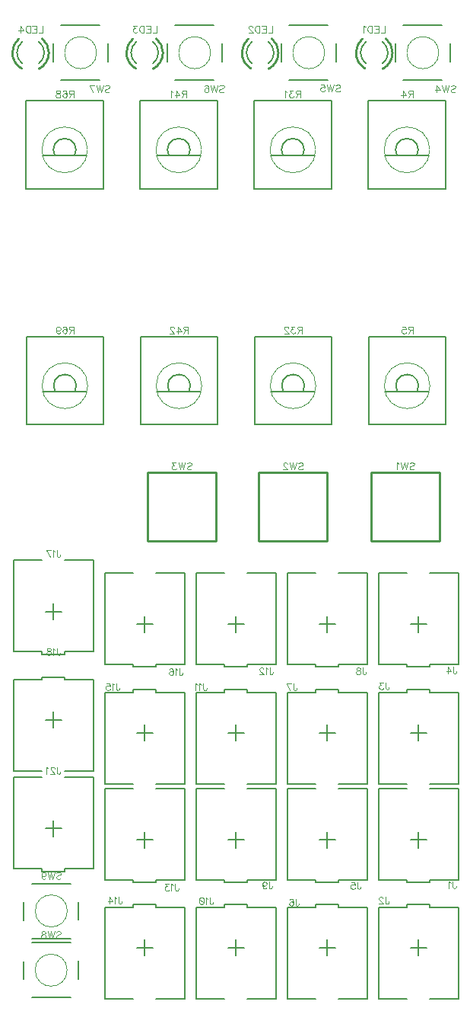
<source format=gbo>
G04 DipTrace 3.3.0.0*
G04 threshold_02a.GBO*
%MOIN*%
G04 #@! TF.FileFunction,Legend,Bot*
G04 #@! TF.Part,Single*
%ADD10C,0.009843*%
%ADD15C,0.008*%
%ADD18C,0.006*%
%ADD31C,0.01*%
%ADD40C,0.000013*%
%ADD44C,0.005984*%
%ADD48C,0.005*%
%ADD110C,0.004632*%
%FSLAX26Y26*%
G04*
G70*
G90*
G75*
G01*
G04 BotSilk*
%LPD*%
X2153599Y1106463D2*
D18*
X2223634D1*
X2188634Y1141410D2*
Y1071467D1*
X2238649Y931580D2*
X2363634D1*
X2138619D2*
X2013634D1*
X2138619Y1331589D2*
X2013634D1*
X2238649D2*
X2363634D1*
Y931580D1*
X2013634D2*
Y1331589D1*
X2138619Y931580D2*
D44*
Y919106D1*
X2238649D1*
Y931580D1*
X2223669Y635590D2*
D18*
X2153634D1*
X2188634Y600643D2*
Y670586D1*
X2138619Y810473D2*
X2013634D1*
X2238649D2*
X2363634D1*
X2238649Y410464D2*
X2363634D1*
X2138619D2*
X2013634D1*
Y810473D1*
X2363634D2*
Y410464D1*
X2238649Y810473D2*
D44*
Y822947D1*
X2138619D1*
Y810473D1*
X2223669Y1575456D2*
D18*
X2153634D1*
X2188634Y1540509D2*
Y1610452D1*
X2138619Y1750339D2*
X2013634D1*
X2238649D2*
X2363634D1*
X2238649Y1350330D2*
X2363634D1*
X2138619D2*
X2013634D1*
Y1750339D1*
X2363634D2*
Y1350330D1*
X2238649Y1750339D2*
D44*
Y1762813D1*
X2138619D1*
Y1750339D1*
X2153599Y2050214D2*
D18*
X2223634D1*
X2188634Y2085161D2*
Y2015217D1*
X2238649Y1875330D2*
X2363634D1*
X2138619D2*
X2013634D1*
X2138619Y2275340D2*
X2013634D1*
X2238649D2*
X2363634D1*
Y1875330D1*
X2013634D2*
Y2275340D1*
X2138619Y1875330D2*
D44*
Y1862856D1*
X2238649D1*
Y1875330D1*
X1753599Y1106463D2*
D18*
X1823634D1*
X1788634Y1141410D2*
Y1071467D1*
X1838649Y931580D2*
X1963634D1*
X1738619D2*
X1613634D1*
X1738619Y1331589D2*
X1613634D1*
X1838649D2*
X1963634D1*
Y931580D1*
X1613634D2*
Y1331589D1*
X1738619Y931580D2*
D44*
Y919106D1*
X1838649D1*
Y931580D1*
X1823669Y635590D2*
D18*
X1753634D1*
X1788634Y600643D2*
Y670586D1*
X1738619Y810473D2*
X1613634D1*
X1838649D2*
X1963634D1*
X1838649Y410464D2*
X1963634D1*
X1738619D2*
X1613634D1*
Y810473D1*
X1963634D2*
Y410464D1*
X1838649Y810473D2*
D44*
Y822947D1*
X1738619D1*
Y810473D1*
X1823669Y1575456D2*
D18*
X1753634D1*
X1788634Y1540509D2*
Y1610452D1*
X1738619Y1750339D2*
X1613634D1*
X1838649D2*
X1963634D1*
X1838649Y1350330D2*
X1963634D1*
X1738619D2*
X1613634D1*
Y1750339D1*
X1963634D2*
Y1350330D1*
X1838649Y1750339D2*
D44*
Y1762813D1*
X1738619D1*
Y1750339D1*
X1753599Y2050214D2*
D18*
X1823634D1*
X1788634Y2085161D2*
Y2015217D1*
X1838649Y1875330D2*
X1963634D1*
X1738619D2*
X1613634D1*
X1738619Y2275340D2*
X1613634D1*
X1838649D2*
X1963634D1*
Y1875330D1*
X1613634D2*
Y2275340D1*
X1738619Y1875330D2*
D44*
Y1862856D1*
X1838649D1*
Y1875330D1*
X1353599Y1106463D2*
D18*
X1423634D1*
X1388634Y1141410D2*
Y1071467D1*
X1438649Y931580D2*
X1563634D1*
X1338619D2*
X1213634D1*
X1338619Y1331589D2*
X1213634D1*
X1438649D2*
X1563634D1*
Y931580D1*
X1213634D2*
Y1331589D1*
X1338619Y931580D2*
D44*
Y919106D1*
X1438649D1*
Y931580D1*
X1423669Y635590D2*
D18*
X1353634D1*
X1388634Y600643D2*
Y670586D1*
X1338619Y810473D2*
X1213634D1*
X1438649D2*
X1563634D1*
X1438649Y410464D2*
X1563634D1*
X1338619D2*
X1213634D1*
Y810473D1*
X1563634D2*
Y410464D1*
X1438649Y810473D2*
D44*
Y822947D1*
X1338619D1*
Y810473D1*
X1423669Y1575456D2*
D18*
X1353634D1*
X1388634Y1540509D2*
Y1610452D1*
X1338619Y1750339D2*
X1213634D1*
X1438649D2*
X1563634D1*
X1438649Y1350330D2*
X1563634D1*
X1338619D2*
X1213634D1*
Y1750339D1*
X1563634D2*
Y1350330D1*
X1438649Y1750339D2*
D44*
Y1762813D1*
X1338619D1*
Y1750339D1*
X1353599Y2050214D2*
D18*
X1423634D1*
X1388634Y2085161D2*
Y2015217D1*
X1438649Y1875330D2*
X1563634D1*
X1338619D2*
X1213634D1*
X1338619Y2275340D2*
X1213634D1*
X1438649D2*
X1563634D1*
Y1875330D1*
X1213634D2*
Y2275340D1*
X1338619Y1875330D2*
D44*
Y1862856D1*
X1438649D1*
Y1875330D1*
X953599Y1106463D2*
D18*
X1023634D1*
X988634Y1141410D2*
Y1071467D1*
X1038649Y931580D2*
X1163634D1*
X938619D2*
X813634D1*
X938619Y1331589D2*
X813634D1*
X1038649D2*
X1163634D1*
Y931580D1*
X813634D2*
Y1331589D1*
X938619Y931580D2*
D44*
Y919106D1*
X1038649D1*
Y931580D1*
X1023669Y635590D2*
D18*
X953634D1*
X988634Y600643D2*
Y670586D1*
X938619Y810473D2*
X813634D1*
X1038649D2*
X1163634D1*
X1038649Y410464D2*
X1163634D1*
X938619D2*
X813634D1*
Y810473D1*
X1163634D2*
Y410464D1*
X1038649Y810473D2*
D44*
Y822947D1*
X938619D1*
Y810473D1*
X1023669Y1575456D2*
D18*
X953634D1*
X988634Y1540509D2*
Y1610452D1*
X938619Y1750339D2*
X813634D1*
X1038649D2*
X1163634D1*
X1038649Y1350330D2*
X1163634D1*
X938619D2*
X813634D1*
Y1750339D1*
X1163634D2*
Y1350330D1*
X1038649Y1750339D2*
D44*
Y1762813D1*
X938619D1*
Y1750339D1*
X953599Y2050214D2*
D18*
X1023634D1*
X988634Y2085161D2*
Y2015217D1*
X1038649Y1875330D2*
X1163634D1*
X938619D2*
X813634D1*
X938619Y2275340D2*
X813634D1*
X1038649D2*
X1163634D1*
Y1875330D1*
X813634D2*
Y2275340D1*
X938619Y1875330D2*
D44*
Y1862856D1*
X1038649D1*
Y1875330D1*
X553599Y2104754D2*
D18*
X623634D1*
X588634Y2139701D2*
Y2069758D1*
X638649Y1929871D2*
X763634D1*
X538619D2*
X413634D1*
X538619Y2329880D2*
X413634D1*
X638649D2*
X763634D1*
Y1929871D1*
X413634D2*
Y2329880D1*
X538619Y1929871D2*
D44*
Y1917397D1*
X638649D1*
Y1929871D1*
X623669Y1631205D2*
D18*
X553634D1*
X588634Y1596258D2*
Y1666202D1*
X538619Y1806089D2*
X413634D1*
X638649D2*
X763634D1*
X638649Y1406079D2*
X763634D1*
X538619D2*
X413634D1*
Y1806089D1*
X763634D2*
Y1406079D1*
X638649Y1806089D2*
D44*
Y1818563D1*
X538619D1*
Y1806089D1*
X553599Y1155963D2*
D18*
X623634D1*
X588634Y1190910D2*
Y1120967D1*
X638649Y981080D2*
X763634D1*
X538619D2*
X413634D1*
X538619Y1381089D2*
X413634D1*
X638649D2*
X763634D1*
Y981080D1*
X413634D2*
Y1381089D1*
X538619Y981080D2*
D44*
Y968606D1*
X638649D1*
Y981080D1*
X2054613Y4550333D2*
D18*
G03X2029493Y4599158I-60036J-14D01*
G01*
X2030613Y4502340D2*
G03X2054613Y4550333I-35985J47993D01*
G01*
X1934613D2*
G02X1957781Y4597695I60007J-7D01*
G01*
Y4502972D2*
G02X1934613Y4550333I36839J47368D01*
G01*
X2074613D2*
D31*
G03X2045829Y4611788I-79941J25D01*
G01*
X2032261Y4479745D2*
G03X2074613Y4550333I-37693J70615D01*
G01*
X1914613D2*
G02X1942933Y4611403I80067J-29D01*
G01*
X1954917Y4480870D2*
G02X1914613Y4550333I39716J69468D01*
G01*
X1554613D2*
D18*
G03X1529493Y4599158I-60036J-14D01*
G01*
X1530613Y4502340D2*
G03X1554613Y4550333I-35985J47993D01*
G01*
X1434613D2*
G02X1457781Y4597695I60007J-7D01*
G01*
Y4502972D2*
G02X1434613Y4550333I36839J47368D01*
G01*
X1574613D2*
D31*
G03X1545829Y4611788I-79941J25D01*
G01*
X1532261Y4479745D2*
G03X1574613Y4550333I-37693J70615D01*
G01*
X1414613D2*
G02X1442933Y4611403I80067J-29D01*
G01*
X1454917Y4480870D2*
G02X1414613Y4550333I39716J69468D01*
G01*
X1048363D2*
D18*
G03X1023243Y4599158I-60036J-14D01*
G01*
X1024363Y4502340D2*
G03X1048363Y4550333I-35985J47993D01*
G01*
X928363D2*
G02X951531Y4597695I60007J-7D01*
G01*
Y4502972D2*
G02X928363Y4550333I36839J47368D01*
G01*
X1068363D2*
D31*
G03X1039579Y4611788I-79941J25D01*
G01*
X1026011Y4479745D2*
G03X1068363Y4550333I-37693J70615D01*
G01*
X908363D2*
G02X936683Y4611403I80067J-29D01*
G01*
X948667Y4480870D2*
G02X908363Y4550333I39716J69468D01*
G01*
X548363D2*
D18*
G03X523243Y4599158I-60036J-14D01*
G01*
X524363Y4502340D2*
G03X548363Y4550333I-35985J47993D01*
G01*
X428363D2*
G02X451531Y4597695I60007J-7D01*
G01*
Y4502972D2*
G02X428363Y4550333I36839J47368D01*
G01*
X568363D2*
D31*
G03X539579Y4611788I-79941J25D01*
G01*
X526011Y4479745D2*
G03X568363Y4550333I-37693J70615D01*
G01*
X408363D2*
G02X436683Y4611403I80067J-29D01*
G01*
X448667Y4480870D2*
G02X408363Y4550333I39716J69468D01*
G01*
X2037719Y4125349D2*
D40*
G02X2037719Y4125349I99986J0D01*
G01*
X2306783Y4340299D2*
D48*
X1968626D1*
Y3954870D1*
X2306783D1*
Y4340299D1*
X2094401Y4100738D2*
D15*
G02X2181008Y4100738I43304J24588D01*
G01*
X2094401D2*
X2181008D1*
X2041239D2*
X2233158D1*
X2038730Y3093165D2*
D40*
G02X2038730Y3093165I99986J0D01*
G01*
X2307795Y3308116D2*
D48*
X1969638D1*
Y2922687D1*
X2307795D1*
Y3308116D1*
X2095413Y3068555D2*
D15*
G02X2182020Y3068555I43304J24588D01*
G01*
X2095413D2*
X2182020D1*
X2042251D2*
X2234169D1*
X1537719Y4125349D2*
D40*
G02X1537719Y4125349I99986J0D01*
G01*
X1806783Y4340299D2*
D48*
X1468626D1*
Y3954870D1*
X1806783D1*
Y4340299D1*
X1594401Y4100738D2*
D15*
G02X1681008Y4100738I43304J24588D01*
G01*
X1594401D2*
X1681008D1*
X1541239D2*
X1733158D1*
X1538730Y3093165D2*
D40*
G02X1538730Y3093165I99986J0D01*
G01*
X1807795Y3308116D2*
D48*
X1469638D1*
Y2922687D1*
X1807795D1*
Y3308116D1*
X1595413Y3068555D2*
D15*
G02X1682020Y3068555I43304J24588D01*
G01*
X1595413D2*
X1682020D1*
X1542251D2*
X1734169D1*
X1037719Y4125349D2*
D40*
G02X1037719Y4125349I99986J0D01*
G01*
X1306783Y4340299D2*
D48*
X968626D1*
Y3954870D1*
X1306783D1*
Y4340299D1*
X1094401Y4100738D2*
D15*
G02X1181008Y4100738I43304J24588D01*
G01*
X1094401D2*
X1181008D1*
X1041239D2*
X1233158D1*
X1038730Y3093165D2*
D40*
G02X1038730Y3093165I99986J0D01*
G01*
X1307795Y3308116D2*
D48*
X969638D1*
Y2922687D1*
X1307795D1*
Y3308116D1*
X1095413Y3068555D2*
D15*
G02X1182020Y3068555I43304J24588D01*
G01*
X1095413D2*
X1182020D1*
X1042251D2*
X1234169D1*
X537719Y4125349D2*
D40*
G02X537719Y4125349I99986J0D01*
G01*
X806783Y4340299D2*
D48*
X468626D1*
Y3954870D1*
X806783D1*
Y4340299D1*
X594401Y4100738D2*
D15*
G02X681008Y4100738I43304J24588D01*
G01*
X594401D2*
X681008D1*
X541239D2*
X733158D1*
X538730Y3093165D2*
D40*
G02X538730Y3093165I99986J0D01*
G01*
X807795Y3308116D2*
D48*
X469638D1*
Y2922687D1*
X807795D1*
Y3308116D1*
X595413Y3068555D2*
D15*
G02X682020Y3068555I43304J24588D01*
G01*
X595413D2*
X682020D1*
X542251D2*
X734169D1*
X2132383Y2712833D2*
D10*
X1982377D1*
Y2412833D1*
X2132383D1*
X2282389D1*
Y2712833D1*
X2132383D1*
X1638634D2*
X1488628D1*
Y2412833D1*
X1638634D1*
X1788640D1*
Y2712833D1*
X1638634D1*
X1151134D2*
X1001128D1*
Y2412833D1*
X1151134D1*
X1301140D1*
Y2712833D1*
X1151134D1*
X2137368Y4550333D2*
D40*
G02X2137368Y4550333I70016J0D01*
G01*
X2292376Y4430331D2*
D15*
X2122392D1*
Y4670336D2*
X2292376D1*
X2327384Y4511047D2*
Y4590326D1*
X2087384Y4509862D2*
Y4590326D1*
X1637368Y4550335D2*
D40*
G02X1637368Y4550335I70016J0D01*
G01*
X1792376Y4430332D2*
D15*
X1622392D1*
Y4670337D2*
X1792376D1*
X1827384Y4511048D2*
Y4590327D1*
X1587384Y4509864D2*
Y4590327D1*
X1137368Y4550335D2*
D40*
G02X1137368Y4550335I70016J0D01*
G01*
X1292376Y4430332D2*
D15*
X1122392D1*
Y4670337D2*
X1292376D1*
X1327384Y4511048D2*
Y4590327D1*
X1087384Y4509864D2*
Y4590327D1*
X637368Y4550335D2*
D40*
G02X637368Y4550335I70016J0D01*
G01*
X792376Y4430332D2*
D15*
X622392D1*
Y4670337D2*
X792376D1*
X827384Y4511048D2*
Y4590327D1*
X587384Y4509864D2*
Y4590327D1*
X508339Y536335D2*
D40*
G02X508339Y536335I69993J0D01*
G01*
X493324Y656337D2*
D15*
X663340D1*
Y416332D2*
X493324D1*
X458344Y575622D2*
Y496342D1*
X698320Y576806D2*
Y496342D1*
X508990Y795584D2*
D40*
G02X508990Y795584I69993J0D01*
G01*
X663991Y675582D2*
D15*
X493975D1*
Y915586D2*
X663991D1*
X698971Y756297D2*
Y835576D1*
X458995Y755113D2*
Y835576D1*
X2338782Y924822D2*
D110*
Y901874D1*
X2340208Y897563D1*
X2341667Y896137D1*
X2344519Y894678D1*
X2347404D1*
X2350256Y896137D1*
X2351682Y897563D1*
X2353141Y901874D1*
Y904726D1*
X2329519Y919052D2*
X2326634Y920511D1*
X2322323Y924789D1*
Y894678D1*
X2043137Y856325D2*
Y833377D1*
X2044563Y829066D1*
X2046022Y827640D1*
X2048874Y826181D1*
X2051759D1*
X2054611Y827640D1*
X2056036Y829066D1*
X2057496Y833377D1*
Y836229D1*
X2032414Y849129D2*
Y850555D1*
X2030988Y853440D1*
X2029562Y854866D1*
X2026677Y856292D1*
X2020940D1*
X2018088Y854866D1*
X2016662Y853440D1*
X2015203Y850555D1*
Y847703D1*
X2016662Y844818D1*
X2019514Y840540D1*
X2033873Y826181D1*
X2013777D1*
X2044896Y1794602D2*
Y1771654D1*
X2046322Y1767343D1*
X2047781Y1765917D1*
X2050633Y1764458D1*
X2053518D1*
X2056370Y1765917D1*
X2057796Y1767343D1*
X2059255Y1771654D1*
Y1774506D1*
X2032748Y1794569D2*
X2016996D1*
X2025585Y1783095D1*
X2021274D1*
X2018422Y1781669D1*
X2016996Y1780243D1*
X2015537Y1775932D1*
Y1773080D1*
X2016996Y1768769D1*
X2019848Y1765884D1*
X2024159Y1764458D1*
X2028470D1*
X2032748Y1765884D1*
X2034174Y1767343D1*
X2035633Y1770195D1*
X2340983Y1864380D2*
Y1841432D1*
X2342409Y1837121D1*
X2343868Y1835695D1*
X2346720Y1834236D1*
X2349605D1*
X2352457Y1835695D1*
X2353883Y1837121D1*
X2355342Y1841432D1*
Y1844284D1*
X2317361Y1834236D2*
Y1864347D1*
X2331720Y1844284D1*
X2310198D1*
X1920480Y921510D2*
Y898562D1*
X1921906Y894251D1*
X1923365Y892825D1*
X1926217Y891366D1*
X1929102D1*
X1931954Y892825D1*
X1933380Y894251D1*
X1934839Y898562D1*
Y901414D1*
X1894006Y921477D2*
X1908332D1*
X1909758Y908577D1*
X1908332Y910003D1*
X1904021Y911462D1*
X1899743D1*
X1895432Y910003D1*
X1892547Y907151D1*
X1891121Y902840D1*
Y899988D1*
X1892547Y895677D1*
X1895432Y892792D1*
X1899743Y891366D1*
X1904021D1*
X1908332Y892792D1*
X1909758Y894251D1*
X1911217Y897103D1*
X1649618Y848139D2*
Y825191D1*
X1651044Y820880D1*
X1652503Y819454D1*
X1655355Y817995D1*
X1658240D1*
X1661092Y819454D1*
X1662518Y820880D1*
X1663977Y825191D1*
Y828043D1*
X1623144Y843828D2*
X1624570Y846680D1*
X1628881Y848105D1*
X1631733D1*
X1636044Y846680D1*
X1638929Y842369D1*
X1640355Y835206D1*
Y828043D1*
X1638929Y822306D1*
X1636044Y819421D1*
X1631733Y817995D1*
X1630307D1*
X1626029Y819421D1*
X1623144Y822306D1*
X1621718Y826617D1*
Y828043D1*
X1623144Y832354D1*
X1626029Y835206D1*
X1630307Y836632D1*
X1631733D1*
X1636044Y835206D1*
X1638929Y832354D1*
X1640355Y828043D1*
X1640616Y1790321D2*
Y1767373D1*
X1642042Y1763062D1*
X1643501Y1761636D1*
X1646353Y1760177D1*
X1649238D1*
X1652090Y1761636D1*
X1653515Y1763062D1*
X1654975Y1767373D1*
Y1770225D1*
X1625615Y1760177D2*
X1611256Y1790288D1*
X1631352D1*
X1944432Y1860203D2*
Y1837255D1*
X1945858Y1832944D1*
X1947317Y1831518D1*
X1950169Y1830059D1*
X1953054D1*
X1955906Y1831518D1*
X1957332Y1832944D1*
X1958791Y1837255D1*
Y1840107D1*
X1928006Y1860170D2*
X1932284Y1858744D1*
X1933743Y1855892D1*
Y1853007D1*
X1932284Y1850155D1*
X1929432Y1848696D1*
X1923695Y1847270D1*
X1919384Y1845844D1*
X1916532Y1842959D1*
X1915106Y1840107D1*
Y1835796D1*
X1916532Y1832944D1*
X1917958Y1831485D1*
X1922269Y1830059D1*
X1928006D1*
X1932284Y1831485D1*
X1933743Y1832944D1*
X1935169Y1835796D1*
Y1840107D1*
X1933743Y1842959D1*
X1930858Y1845844D1*
X1926580Y1847270D1*
X1920843Y1848696D1*
X1917958Y1850155D1*
X1916532Y1853007D1*
Y1855892D1*
X1917958Y1858744D1*
X1922269Y1860170D1*
X1928006D1*
X1532631Y923653D2*
Y900705D1*
X1534057Y896394D1*
X1535516Y894968D1*
X1538368Y893509D1*
X1541253D1*
X1544105Y894968D1*
X1545531Y896394D1*
X1546990Y900705D1*
Y903557D1*
X1504697Y913605D2*
X1506156Y909294D1*
X1509008Y906409D1*
X1513319Y904983D1*
X1514745D1*
X1519056Y906409D1*
X1521908Y909294D1*
X1523367Y913605D1*
Y915031D1*
X1521908Y919342D1*
X1519056Y922194D1*
X1514745Y923620D1*
X1513319D1*
X1509008Y922194D1*
X1506156Y919342D1*
X1504697Y913605D1*
Y906409D1*
X1506156Y899246D1*
X1509008Y894935D1*
X1513319Y893509D1*
X1516171D1*
X1520482Y894935D1*
X1521908Y897820D1*
X1273586Y854570D2*
Y831622D1*
X1275012Y827311D1*
X1276471Y825886D1*
X1279323Y824426D1*
X1282208D1*
X1285060Y825886D1*
X1286485Y827311D1*
X1287945Y831622D1*
Y834474D1*
X1264322Y848800D2*
X1261437Y850259D1*
X1257126Y854537D1*
Y824426D1*
X1239240Y854537D2*
X1243551Y853111D1*
X1246436Y848800D1*
X1247862Y841637D1*
Y837326D1*
X1246436Y830163D1*
X1243551Y825852D1*
X1239240Y824426D1*
X1236388D1*
X1232077Y825852D1*
X1229225Y830163D1*
X1227766Y837326D1*
Y841637D1*
X1229225Y848800D1*
X1232077Y853111D1*
X1236388Y854537D1*
X1239240D1*
X1229225Y848800D2*
X1246436Y830163D1*
X1245250Y1790321D2*
Y1767373D1*
X1246676Y1763062D1*
X1248135Y1761636D1*
X1250987Y1760177D1*
X1253872D1*
X1256724Y1761636D1*
X1258150Y1763062D1*
X1259609Y1767373D1*
Y1770225D1*
X1235986Y1784551D2*
X1233101Y1786010D1*
X1228790Y1790288D1*
Y1760177D1*
X1219527Y1784551D2*
X1216642Y1786010D1*
X1212330Y1790288D1*
Y1760177D1*
X1535966Y1860203D2*
Y1837255D1*
X1537392Y1832944D1*
X1538851Y1831518D1*
X1541703Y1830059D1*
X1544588D1*
X1547440Y1831518D1*
X1548866Y1832944D1*
X1550325Y1837255D1*
Y1840107D1*
X1526703Y1854433D2*
X1523818Y1855892D1*
X1519506Y1860170D1*
Y1830059D1*
X1508784Y1853007D2*
Y1854433D1*
X1507358Y1857318D1*
X1505932Y1858744D1*
X1503047Y1860170D1*
X1497310D1*
X1494458Y1858744D1*
X1493032Y1857318D1*
X1491573Y1854433D1*
Y1851581D1*
X1493032Y1848696D1*
X1495884Y1844418D1*
X1510243Y1830059D1*
X1490147D1*
X1122278Y914006D2*
Y891058D1*
X1123704Y886747D1*
X1125164Y885321D1*
X1128015Y883862D1*
X1130901D1*
X1133752Y885321D1*
X1135178Y886747D1*
X1136637Y891058D1*
Y893910D1*
X1113015Y908236D2*
X1110130Y909695D1*
X1105819Y913973D1*
Y883862D1*
X1093670Y913973D2*
X1077918D1*
X1086507Y902499D1*
X1082196D1*
X1079344Y901073D1*
X1077918Y899647D1*
X1076459Y895336D1*
Y892484D1*
X1077918Y888173D1*
X1080770Y885288D1*
X1085081Y883862D1*
X1089392D1*
X1093670Y885288D1*
X1095096Y886747D1*
X1096555Y889599D1*
X873226Y856715D2*
Y833767D1*
X874652Y829456D1*
X876111Y828030D1*
X878963Y826571D1*
X881848D1*
X884700Y828030D1*
X886126Y829456D1*
X887585Y833767D1*
Y836619D1*
X863963Y850945D2*
X861078Y852404D1*
X856767Y856682D1*
Y826571D1*
X833144D2*
Y856682D1*
X847503Y836619D1*
X825981D1*
X863113Y1791748D2*
Y1768800D1*
X864539Y1764489D1*
X865998Y1763063D1*
X868850Y1761604D1*
X871735D1*
X874587Y1763063D1*
X876013Y1764489D1*
X877472Y1768800D1*
Y1771652D1*
X853850Y1785977D2*
X850964Y1787437D1*
X846653Y1791714D1*
Y1761604D1*
X820179Y1791714D2*
X834505D1*
X835931Y1778814D1*
X834505Y1780240D1*
X830194Y1781700D1*
X825916D1*
X821605Y1780240D1*
X818720Y1777389D1*
X817294Y1773078D1*
Y1770226D1*
X818720Y1765915D1*
X821605Y1763030D1*
X825916Y1761604D1*
X830194D1*
X834505Y1763030D1*
X835931Y1764489D1*
X837390Y1767341D1*
X1139415Y1856024D2*
Y1833077D1*
X1140841Y1828766D1*
X1142300Y1827340D1*
X1145152Y1825880D1*
X1148037D1*
X1150889Y1827340D1*
X1152315Y1828766D1*
X1153774Y1833077D1*
Y1835928D1*
X1130151Y1850254D2*
X1127266Y1851713D1*
X1122955Y1855991D1*
Y1825880D1*
X1096481Y1851713D2*
X1097907Y1854565D1*
X1102218Y1855991D1*
X1105070D1*
X1109381Y1854565D1*
X1112266Y1850254D1*
X1113692Y1843091D1*
Y1835928D1*
X1112266Y1830191D1*
X1109381Y1827306D1*
X1105070Y1825880D1*
X1103644D1*
X1099366Y1827306D1*
X1096481Y1830191D1*
X1095055Y1834503D1*
Y1835928D1*
X1096481Y1840239D1*
X1099366Y1843091D1*
X1103644Y1844517D1*
X1105070D1*
X1109381Y1843091D1*
X1112266Y1840239D1*
X1113692Y1835928D1*
X604364Y2374309D2*
Y2351361D1*
X605790Y2347050D1*
X607249Y2345624D1*
X610101Y2344165D1*
X612986D1*
X615838Y2345624D1*
X617264Y2347050D1*
X618723Y2351361D1*
Y2354213D1*
X595100Y2368539D2*
X592215Y2369998D1*
X587904Y2374276D1*
Y2344165D1*
X572904D2*
X558545Y2374276D1*
X578641D1*
X604347Y1944518D2*
Y1921570D1*
X605773Y1917259D1*
X607232Y1915833D1*
X610084Y1914374D1*
X612969D1*
X615821Y1915833D1*
X617247Y1917259D1*
X618706Y1921570D1*
Y1924422D1*
X595084Y1938748D2*
X592199Y1940207D1*
X587888Y1944485D1*
Y1914374D1*
X571461Y1944485D2*
X575739Y1943059D1*
X577198Y1940207D1*
Y1937322D1*
X575739Y1934470D1*
X572887Y1933011D1*
X567150Y1931585D1*
X562839Y1930159D1*
X559987Y1927274D1*
X558561Y1924422D1*
Y1920111D1*
X559987Y1917259D1*
X561413Y1915800D1*
X565724Y1914374D1*
X571461D1*
X575739Y1915800D1*
X577198Y1917259D1*
X578624Y1920111D1*
Y1924422D1*
X577198Y1927274D1*
X574313Y1930159D1*
X570035Y1931585D1*
X564298Y1933011D1*
X561413Y1934470D1*
X559987Y1937322D1*
Y1940207D1*
X561413Y1943059D1*
X565724Y1944485D1*
X571461D1*
X604364Y1425518D2*
Y1402570D1*
X605790Y1398259D1*
X607249Y1396833D1*
X610101Y1395374D1*
X612986D1*
X615838Y1396833D1*
X617264Y1398259D1*
X618723Y1402570D1*
Y1405422D1*
X593641Y1418322D2*
Y1419748D1*
X592215Y1422633D1*
X590789Y1424059D1*
X587904Y1425485D1*
X582167D1*
X579315Y1424059D1*
X577889Y1422633D1*
X576430Y1419748D1*
Y1416896D1*
X577889Y1414011D1*
X580741Y1409733D1*
X595100Y1395374D1*
X575004D1*
X565741Y1419748D2*
X562856Y1421207D1*
X558545Y1425485D1*
Y1395374D1*
X2040078Y4668290D2*
Y4638146D1*
X2022867D1*
X1994967Y4668290D2*
X2013603D1*
Y4638146D1*
X1994967D1*
X2013603Y4653931D2*
X2002130D1*
X1985703Y4668290D2*
Y4638146D1*
X1975655D1*
X1971344Y4639605D1*
X1968459Y4642457D1*
X1967033Y4645342D1*
X1965607Y4649620D1*
Y4656816D1*
X1967033Y4661127D1*
X1968459Y4663979D1*
X1971344Y4666864D1*
X1975655Y4668290D1*
X1985703D1*
X1956343Y4662519D2*
X1953458Y4663979D1*
X1949147Y4668256D1*
Y4638146D1*
X1546528Y4668290D2*
Y4638146D1*
X1529317D1*
X1501417Y4668290D2*
X1520053D1*
Y4638146D1*
X1501417D1*
X1520053Y4653931D2*
X1508579D1*
X1492153Y4668290D2*
Y4638146D1*
X1482105D1*
X1477794Y4639605D1*
X1474909Y4642457D1*
X1473483Y4645342D1*
X1472057Y4649620D1*
Y4656816D1*
X1473483Y4661127D1*
X1474909Y4663979D1*
X1477794Y4666864D1*
X1482105Y4668290D1*
X1492153D1*
X1461334Y4661093D2*
Y4662519D1*
X1459908Y4665405D1*
X1458482Y4666830D1*
X1455597Y4668256D1*
X1449860D1*
X1447008Y4666830D1*
X1445583Y4665405D1*
X1444123Y4662519D1*
Y4659668D1*
X1445583Y4656782D1*
X1448434Y4652505D1*
X1462793Y4638146D1*
X1442697D1*
X1040279Y4668290D2*
Y4638146D1*
X1023068D1*
X995167Y4668290D2*
X1013804D1*
Y4638146D1*
X995167D1*
X1013804Y4653931D2*
X1002330D1*
X985904Y4668290D2*
Y4638146D1*
X975856D1*
X971545Y4639605D1*
X968660Y4642457D1*
X967234Y4645342D1*
X965808Y4649620D1*
Y4656816D1*
X967234Y4661127D1*
X968660Y4663979D1*
X971545Y4666864D1*
X975856Y4668290D1*
X985904D1*
X953659Y4668256D2*
X937907D1*
X946496Y4656782D1*
X942185D1*
X939333Y4655357D1*
X937907Y4653931D1*
X936448Y4649620D1*
Y4646768D1*
X937907Y4642457D1*
X940759Y4639572D1*
X945070Y4638146D1*
X949381D1*
X953659Y4639572D1*
X955085Y4641031D1*
X956544Y4643883D1*
X540992Y4668290D2*
Y4638146D1*
X523781D1*
X495880Y4668290D2*
X514517D1*
Y4638146D1*
X495880D1*
X514517Y4653931D2*
X503043D1*
X486617Y4668290D2*
Y4638146D1*
X476569D1*
X472258Y4639605D1*
X469373Y4642457D1*
X467947Y4645342D1*
X466521Y4649620D1*
Y4656816D1*
X467947Y4661127D1*
X469373Y4663979D1*
X472258Y4666864D1*
X476569Y4668290D1*
X486617D1*
X442898Y4638146D2*
Y4668256D1*
X457257Y4648194D1*
X435735D1*
X2163145Y4369874D2*
X2150245D1*
X2145934Y4371333D1*
X2144475Y4372759D1*
X2143049Y4375611D1*
Y4378496D1*
X2144475Y4381348D1*
X2145934Y4382807D1*
X2150245Y4384233D1*
X2163145D1*
Y4354089D1*
X2153097Y4369874D2*
X2143049Y4354089D1*
X2119427D2*
Y4384200D1*
X2133786Y4364137D1*
X2112264D1*
X2163444Y3337690D2*
X2150544D1*
X2146233Y3339149D1*
X2144774Y3340575D1*
X2143348Y3343427D1*
Y3346312D1*
X2144774Y3349164D1*
X2146233Y3350623D1*
X2150544Y3352049D1*
X2163444D1*
Y3321905D1*
X2153396Y3337690D2*
X2143348Y3321905D1*
X2116874Y3352016D2*
X2131200D1*
X2132625Y3339116D1*
X2131200Y3340542D1*
X2126888Y3342001D1*
X2122611D1*
X2118300Y3340542D1*
X2115415Y3337690D1*
X2113989Y3333379D1*
Y3330527D1*
X2115415Y3326216D1*
X2118300Y3323331D1*
X2122611Y3321905D1*
X2126888D1*
X2131200Y3323331D1*
X2132625Y3324790D1*
X2134085Y3327642D1*
X1670662Y4369874D2*
X1657762D1*
X1653451Y4371333D1*
X1651992Y4372759D1*
X1650566Y4375611D1*
Y4378496D1*
X1651992Y4381348D1*
X1653451Y4382807D1*
X1657762Y4384233D1*
X1670662D1*
Y4354089D1*
X1660614Y4369874D2*
X1650566Y4354089D1*
X1638418Y4384200D2*
X1622666D1*
X1631255Y4372726D1*
X1626944D1*
X1624092Y4371300D1*
X1622666Y4369874D1*
X1621207Y4365563D1*
Y4362711D1*
X1622666Y4358400D1*
X1625518Y4355515D1*
X1629829Y4354089D1*
X1634140D1*
X1638418Y4355515D1*
X1639843Y4356974D1*
X1641303Y4359826D1*
X1611943Y4378463D2*
X1609058Y4379922D1*
X1604747Y4384200D1*
Y4354089D1*
X1678124Y3337690D2*
X1665224D1*
X1660913Y3339149D1*
X1659454Y3340575D1*
X1658028Y3343427D1*
Y3346312D1*
X1659454Y3349164D1*
X1660913Y3350623D1*
X1665224Y3352049D1*
X1678124D1*
Y3321905D1*
X1668076Y3337690D2*
X1658028Y3321905D1*
X1645879Y3352016D2*
X1630127D1*
X1638716Y3340542D1*
X1634405D1*
X1631553Y3339116D1*
X1630127Y3337690D1*
X1628668Y3333379D1*
Y3330527D1*
X1630127Y3326216D1*
X1632979Y3323331D1*
X1637290Y3321905D1*
X1641601D1*
X1645879Y3323331D1*
X1647305Y3324790D1*
X1648764Y3327642D1*
X1617946Y3344853D2*
Y3346279D1*
X1616520Y3349164D1*
X1615094Y3350590D1*
X1612209Y3352016D1*
X1606472D1*
X1603620Y3350590D1*
X1602194Y3349164D1*
X1600735Y3346279D1*
Y3343427D1*
X1602194Y3340542D1*
X1605046Y3336264D1*
X1619405Y3321905D1*
X1599309D1*
X1171375Y4369874D2*
X1158475D1*
X1154164Y4371333D1*
X1152705Y4372759D1*
X1151279Y4375611D1*
Y4378496D1*
X1152705Y4381348D1*
X1154164Y4382807D1*
X1158475Y4384233D1*
X1171375D1*
Y4354089D1*
X1161327Y4369874D2*
X1151279Y4354089D1*
X1127657D2*
Y4384200D1*
X1142016Y4364137D1*
X1120494D1*
X1111230Y4378463D2*
X1108345Y4379922D1*
X1104034Y4384200D1*
Y4354089D1*
X1178837Y3337690D2*
X1165937D1*
X1161626Y3339149D1*
X1160167Y3340575D1*
X1158741Y3343427D1*
Y3346312D1*
X1160167Y3349164D1*
X1161626Y3350623D1*
X1165937Y3352049D1*
X1178837D1*
Y3321905D1*
X1168789Y3337690D2*
X1158741Y3321905D1*
X1135118D2*
Y3352016D1*
X1149477Y3331953D1*
X1127955D1*
X1117233Y3344853D2*
Y3346279D1*
X1115807Y3349164D1*
X1114381Y3350590D1*
X1111496Y3352016D1*
X1105759D1*
X1102907Y3350590D1*
X1101481Y3349164D1*
X1100022Y3346279D1*
Y3343427D1*
X1101481Y3340542D1*
X1104333Y3336264D1*
X1118692Y3321905D1*
X1098596D1*
X676366Y4369874D2*
X663466D1*
X659155Y4371333D1*
X657696Y4372759D1*
X656270Y4375611D1*
Y4378496D1*
X657696Y4381348D1*
X659155Y4382807D1*
X663466Y4384233D1*
X676366D1*
Y4354089D1*
X666318Y4369874D2*
X656270Y4354089D1*
X629795Y4379922D2*
X631221Y4382774D1*
X635532Y4384200D1*
X638384D1*
X642695Y4382774D1*
X645580Y4378463D1*
X647006Y4371300D1*
Y4364137D1*
X645580Y4358400D1*
X642695Y4355515D1*
X638384Y4354089D1*
X636958D1*
X632681Y4355515D1*
X629795Y4358400D1*
X628370Y4362711D1*
Y4364137D1*
X629795Y4368448D1*
X632681Y4371300D1*
X636958Y4372726D1*
X638384D1*
X642695Y4371300D1*
X645580Y4368448D1*
X647006Y4364137D1*
X611943Y4384200D2*
X616221Y4382774D1*
X617680Y4379922D1*
Y4377037D1*
X616221Y4374185D1*
X613369Y4372726D1*
X607632Y4371300D1*
X603321Y4369874D1*
X600469Y4366989D1*
X599043Y4364137D1*
Y4359826D1*
X600469Y4356974D1*
X601895Y4355515D1*
X606206Y4354089D1*
X611943D1*
X616221Y4355515D1*
X617680Y4356974D1*
X619106Y4359826D1*
Y4364137D1*
X617680Y4366989D1*
X614795Y4369874D1*
X610517Y4371300D1*
X604780Y4372726D1*
X601895Y4374185D1*
X600469Y4377037D1*
Y4379922D1*
X601895Y4382774D1*
X606206Y4384200D1*
X611943D1*
X676681Y3337690D2*
X663781D1*
X659470Y3339149D1*
X658011Y3340575D1*
X656585Y3343427D1*
Y3346312D1*
X658011Y3349164D1*
X659470Y3350623D1*
X663781Y3352049D1*
X676681D1*
Y3321905D1*
X666633Y3337690D2*
X656585Y3321905D1*
X630111Y3347738D2*
X631537Y3350590D1*
X635848Y3352016D1*
X638700D1*
X643011Y3350590D1*
X645896Y3346279D1*
X647322Y3339116D1*
Y3331953D1*
X645896Y3326216D1*
X643011Y3323331D1*
X638700Y3321905D1*
X637274D1*
X632996Y3323331D1*
X630111Y3326216D1*
X628685Y3330527D1*
Y3331953D1*
X630111Y3336264D1*
X632996Y3339116D1*
X637274Y3340542D1*
X638700D1*
X643011Y3339116D1*
X645896Y3336264D1*
X647322Y3331953D1*
X600751Y3342001D2*
X602210Y3337690D1*
X605062Y3334805D1*
X609373Y3333379D1*
X610799D1*
X615110Y3334805D1*
X617962Y3337690D1*
X619421Y3342001D1*
Y3343427D1*
X617962Y3347738D1*
X615110Y3350590D1*
X610799Y3352016D1*
X609373D1*
X605062Y3350590D1*
X602210Y3347738D1*
X600751Y3342001D1*
Y3334805D1*
X602210Y3327642D1*
X605062Y3323331D1*
X609373Y3321905D1*
X612225D1*
X616536Y3323331D1*
X617962Y3326216D1*
X2149556Y2752456D2*
X2152408Y2755341D1*
X2156719Y2756767D1*
X2162456D1*
X2166767Y2755341D1*
X2169652Y2752456D1*
Y2749604D1*
X2168193Y2746719D1*
X2166767Y2745293D1*
X2163915Y2743867D1*
X2155293Y2740982D1*
X2152408Y2739556D1*
X2150982Y2738097D1*
X2149556Y2735245D1*
Y2730934D1*
X2152408Y2728082D1*
X2156719Y2726623D1*
X2162456D1*
X2166767Y2728082D1*
X2169652Y2730934D1*
X2140292Y2756767D2*
X2133096Y2726623D1*
X2125933Y2756767D1*
X2118770Y2726623D1*
X2111574Y2756767D1*
X2102310Y2750997D2*
X2099425Y2752456D1*
X2095114Y2756734D1*
Y2726623D1*
X1662256Y2752456D2*
X1665108Y2755341D1*
X1669419Y2756767D1*
X1675156D1*
X1679467Y2755341D1*
X1682352Y2752456D1*
Y2749604D1*
X1680893Y2746719D1*
X1679467Y2745293D1*
X1676615Y2743867D1*
X1667993Y2740982D1*
X1665108Y2739556D1*
X1663682Y2738097D1*
X1662256Y2735245D1*
Y2730934D1*
X1665108Y2728082D1*
X1669419Y2726623D1*
X1675156D1*
X1679467Y2728082D1*
X1682352Y2730934D1*
X1652993Y2756767D2*
X1645797Y2726623D1*
X1638634Y2756767D1*
X1631471Y2726623D1*
X1624275Y2756767D1*
X1613552Y2749571D2*
Y2750997D1*
X1612126Y2753882D1*
X1610700Y2755308D1*
X1607815Y2756734D1*
X1602078D1*
X1599226Y2755308D1*
X1597800Y2753882D1*
X1596341Y2750997D1*
Y2748145D1*
X1597800Y2745260D1*
X1600652Y2740982D1*
X1615011Y2726623D1*
X1594915D1*
X1174756Y2752456D2*
X1177608Y2755341D1*
X1181919Y2756767D1*
X1187656D1*
X1191967Y2755341D1*
X1194852Y2752456D1*
Y2749604D1*
X1193393Y2746719D1*
X1191967Y2745293D1*
X1189115Y2743867D1*
X1180493Y2740982D1*
X1177608Y2739556D1*
X1176182Y2738097D1*
X1174756Y2735245D1*
Y2730934D1*
X1177608Y2728082D1*
X1181919Y2726623D1*
X1187656D1*
X1191967Y2728082D1*
X1194852Y2730934D1*
X1165493Y2756767D2*
X1158297Y2726623D1*
X1151134Y2756767D1*
X1143971Y2726623D1*
X1136775Y2756767D1*
X1124626Y2756734D2*
X1108874D1*
X1117463Y2745260D1*
X1113152D1*
X1110300Y2743834D1*
X1108874Y2742408D1*
X1107415Y2738097D1*
Y2735245D1*
X1108874Y2730934D1*
X1111726Y2728049D1*
X1116037Y2726623D1*
X1120348D1*
X1124626Y2728049D1*
X1126052Y2729508D1*
X1127511Y2732360D1*
X2330469Y4402616D2*
X2333321Y4405501D1*
X2337632Y4406927D1*
X2343369D1*
X2347680Y4405501D1*
X2350565Y4402616D1*
Y4399764D1*
X2349106Y4396879D1*
X2347680Y4395453D1*
X2344828Y4394027D1*
X2336206Y4391142D1*
X2333321Y4389716D1*
X2331895Y4388257D1*
X2330469Y4385405D1*
Y4381094D1*
X2333321Y4378242D1*
X2337632Y4376783D1*
X2343369D1*
X2347680Y4378242D1*
X2350565Y4381094D1*
X2321206Y4406927D2*
X2314010Y4376783D1*
X2306847Y4406927D1*
X2299684Y4376783D1*
X2292488Y4406927D1*
X2268865Y4376783D2*
Y4406894D1*
X2283224Y4386831D1*
X2261702D1*
X1825693Y4405959D2*
X1828545Y4408844D1*
X1832856Y4410270D1*
X1838593D1*
X1842904Y4408844D1*
X1845789Y4405959D1*
Y4403107D1*
X1844330Y4400222D1*
X1842904Y4398796D1*
X1840052Y4397370D1*
X1831430Y4394485D1*
X1828545Y4393059D1*
X1827119Y4391600D1*
X1825693Y4388748D1*
Y4384437D1*
X1828545Y4381585D1*
X1832856Y4380126D1*
X1838593D1*
X1842904Y4381585D1*
X1845789Y4384437D1*
X1816430Y4410270D2*
X1809234Y4380126D1*
X1802071Y4410270D1*
X1794908Y4380126D1*
X1787712Y4410270D1*
X1761237Y4410237D2*
X1775563D1*
X1776989Y4397337D1*
X1775563Y4398763D1*
X1771252Y4400222D1*
X1766974D1*
X1762663Y4398763D1*
X1759778Y4395911D1*
X1758352Y4391600D1*
Y4388748D1*
X1759778Y4384437D1*
X1762663Y4381552D1*
X1766974Y4380126D1*
X1771252D1*
X1775563Y4381552D1*
X1776989Y4383011D1*
X1778448Y4385863D1*
X1315884Y4403364D2*
X1318736Y4406249D1*
X1323047Y4407675D1*
X1328784D1*
X1333095Y4406249D1*
X1335980Y4403364D1*
Y4400512D1*
X1334521Y4397627D1*
X1333095Y4396201D1*
X1330243Y4394775D1*
X1321621Y4391890D1*
X1318736Y4390464D1*
X1317310Y4389005D1*
X1315884Y4386153D1*
Y4381842D1*
X1318736Y4378990D1*
X1323047Y4377531D1*
X1328784D1*
X1333095Y4378990D1*
X1335980Y4381842D1*
X1306620Y4407675D2*
X1299424Y4377531D1*
X1292261Y4407675D1*
X1285098Y4377531D1*
X1277902Y4407675D1*
X1251428Y4403364D2*
X1252854Y4406216D1*
X1257165Y4407642D1*
X1260016D1*
X1264327Y4406216D1*
X1267213Y4401905D1*
X1268639Y4394742D1*
Y4387579D1*
X1267213Y4381842D1*
X1264327Y4378957D1*
X1260016Y4377531D1*
X1258591D1*
X1254313Y4378957D1*
X1251428Y4381842D1*
X1250002Y4386153D1*
Y4387579D1*
X1251428Y4391890D1*
X1254313Y4394742D1*
X1258591Y4396168D1*
X1260016D1*
X1264327Y4394742D1*
X1267213Y4391890D1*
X1268639Y4387579D1*
X815317Y4403364D2*
X818169Y4406249D1*
X822480Y4407675D1*
X828217D1*
X832528Y4406249D1*
X835413Y4403364D1*
Y4400512D1*
X833954Y4397627D1*
X832528Y4396201D1*
X829676Y4394775D1*
X821054Y4391890D1*
X818169Y4390464D1*
X816743Y4389005D1*
X815317Y4386153D1*
Y4381842D1*
X818169Y4378990D1*
X822480Y4377531D1*
X828217D1*
X832528Y4378990D1*
X835413Y4381842D1*
X806053Y4407675D2*
X798857Y4377531D1*
X791694Y4407675D1*
X784531Y4377531D1*
X777335Y4407675D1*
X762334Y4377531D2*
X747975Y4407642D1*
X768071D1*
X601938Y701958D2*
X604790Y704843D1*
X609101Y706269D1*
X614838D1*
X619149Y704843D1*
X622034Y701958D1*
Y699106D1*
X620575Y696221D1*
X619149Y694795D1*
X616297Y693369D1*
X607675Y690484D1*
X604790Y689058D1*
X603364Y687599D1*
X601938Y684747D1*
Y680436D1*
X604790Y677584D1*
X609101Y676125D1*
X614838D1*
X619149Y677584D1*
X622034Y680436D1*
X592674Y706269D2*
X585478Y676125D1*
X578315Y706269D1*
X571152Y676125D1*
X563956Y706269D1*
X547530Y706235D2*
X551808Y704809D1*
X553267Y701958D1*
Y699072D1*
X551808Y696221D1*
X548956Y694761D1*
X543219Y693335D1*
X538908Y691910D1*
X536056Y689024D1*
X534630Y686173D1*
Y681862D1*
X536056Y679010D1*
X537482Y677551D1*
X541793Y676125D1*
X547530D1*
X551808Y677551D1*
X553267Y679010D1*
X554693Y681862D1*
Y686173D1*
X553267Y689024D1*
X550382Y691910D1*
X546104Y693335D1*
X540367Y694761D1*
X537482Y696221D1*
X536056Y699072D1*
Y701958D1*
X537482Y704809D1*
X541793Y706235D1*
X547530D1*
X601892Y961207D2*
X604744Y964092D1*
X609055Y965518D1*
X614792D1*
X619103Y964092D1*
X621988Y961207D1*
Y958355D1*
X620529Y955470D1*
X619103Y954044D1*
X616251Y952618D1*
X607629Y949733D1*
X604744Y948307D1*
X603318Y946848D1*
X601892Y943996D1*
Y939685D1*
X604744Y936833D1*
X609055Y935374D1*
X614792D1*
X619103Y936833D1*
X621988Y939685D1*
X592629Y965518D2*
X585433Y935374D1*
X578270Y965518D1*
X571107Y935374D1*
X563911Y965518D1*
X535977Y955470D2*
X537436Y951159D1*
X540288Y948274D1*
X544599Y946848D1*
X546025D1*
X550336Y948274D1*
X553188Y951159D1*
X554647Y955470D1*
Y956896D1*
X553188Y961207D1*
X550336Y964059D1*
X546025Y965485D1*
X544599D1*
X540288Y964059D1*
X537436Y961207D1*
X535977Y955470D1*
Y948274D1*
X537436Y941111D1*
X540288Y936800D1*
X544599Y935374D1*
X547451D1*
X551762Y936800D1*
X553188Y939685D1*
M02*

</source>
